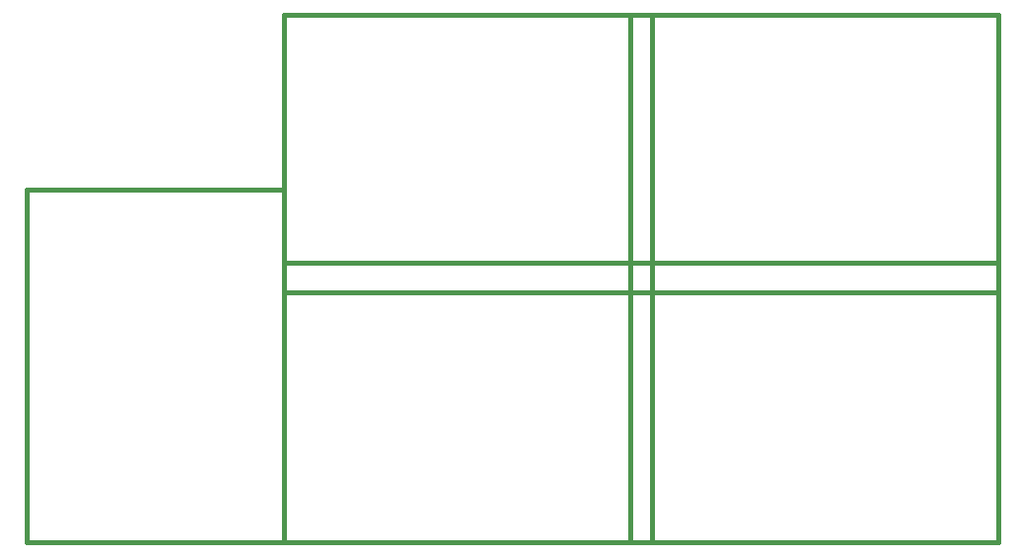
<source format=gbp>
G75*
%MOIN*%
%OFA0B0*%
%FSLAX24Y24*%
%IPPOS*%
%LPD*%
%AMOC8*
5,1,8,0,0,1.08239X$1,22.5*
%
%ADD10C,0.0160*%
D10*
X003393Y003471D02*
X003393Y015361D01*
X012054Y015361D01*
X012054Y021267D01*
X023708Y021267D01*
X023708Y003511D01*
X024456Y003471D02*
X024456Y021267D01*
X036109Y021267D01*
X036109Y012920D01*
X012054Y012920D01*
X012054Y015361D01*
X012054Y012920D02*
X012054Y011897D01*
X036109Y011897D01*
X036109Y012920D01*
X036109Y011897D02*
X036109Y003471D01*
X024456Y003471D01*
X003393Y003471D01*
X012054Y003511D02*
X012054Y011897D01*
X023708Y021267D02*
X024456Y021267D01*
M02*

</source>
